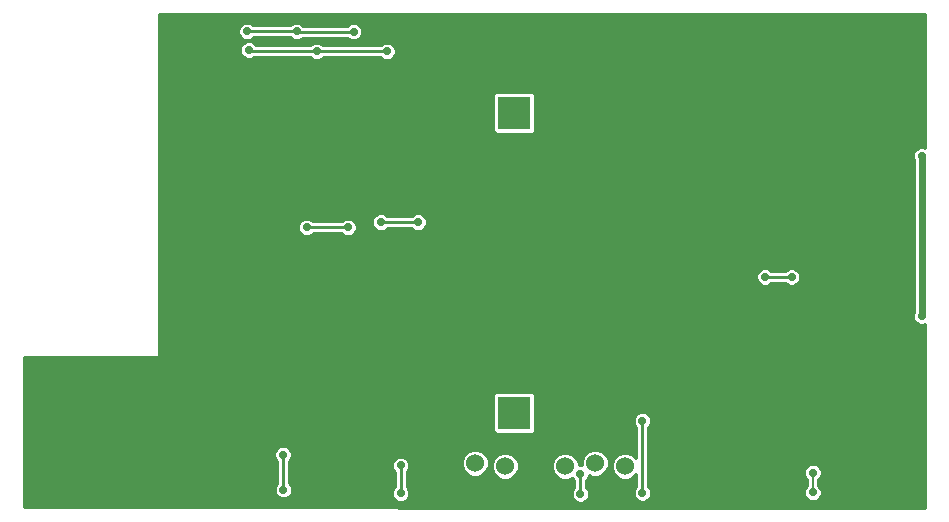
<source format=gbl>
G75*
G70*
%OFA0B0*%
%FSLAX24Y24*%
%IPPOS*%
%LPD*%
%AMOC8*
5,1,8,0,0,1.08239X$1,22.5*
%
%ADD10R,0.1600X0.1600*%
%ADD11R,0.1095X0.1095*%
%ADD12C,0.0600*%
%ADD13C,0.0100*%
%ADD14C,0.0280*%
%ADD15C,0.0320*%
%ADD16C,0.0070*%
%ADD17C,0.0240*%
D10*
X016840Y008630D03*
D11*
X016840Y003630D03*
X016840Y013630D03*
D12*
X015530Y001950D03*
X016530Y001850D03*
X017530Y001950D03*
X018530Y001850D03*
X019530Y001950D03*
X020530Y001850D03*
D13*
X000500Y000500D02*
X000500Y005500D01*
X005000Y005500D01*
X005000Y016920D01*
X030542Y016920D01*
X030542Y012443D01*
X030478Y012470D01*
X030362Y012470D01*
X030256Y012426D01*
X030174Y012344D01*
X030130Y012238D01*
X030130Y012122D01*
X030150Y012074D01*
X030150Y006956D01*
X030130Y006908D01*
X030130Y006792D01*
X030174Y006686D01*
X030256Y006604D01*
X030362Y006560D01*
X030478Y006560D01*
X030542Y006587D01*
X030542Y000450D01*
X025570Y000450D01*
X000500Y000500D01*
X009420Y002172D02*
X009420Y002288D01*
X009376Y002394D01*
X009294Y002476D01*
X009188Y002520D01*
X009072Y002520D01*
X008966Y002476D01*
X008884Y002394D01*
X008840Y002288D01*
X008840Y002172D01*
X008884Y002066D01*
X008940Y002010D01*
X008940Y001270D01*
X008894Y001224D01*
X008850Y001118D01*
X008850Y001002D01*
X008894Y000896D01*
X008976Y000814D01*
X009082Y000770D01*
X009198Y000770D01*
X009304Y000814D01*
X009386Y000896D01*
X009430Y001002D01*
X009430Y001118D01*
X009386Y001224D01*
X009340Y001270D01*
X009340Y002030D01*
X009376Y002066D01*
X009420Y002172D01*
X008236Y015884D02*
X008154Y015966D01*
X008048Y016010D01*
X007932Y016010D01*
X007826Y015966D01*
X007744Y015884D01*
X007700Y015778D01*
X007700Y015662D01*
X007744Y015556D01*
X007826Y015474D01*
X007932Y015430D01*
X008048Y015430D01*
X008154Y015474D01*
X008156Y015476D01*
X010040Y015476D01*
X010086Y015430D01*
X010192Y015386D01*
X010308Y015386D01*
X010414Y015430D01*
X010460Y015476D01*
X012390Y015476D01*
X012436Y015430D01*
X012542Y015386D01*
X012658Y015386D01*
X012764Y015430D01*
X012846Y015512D01*
X012890Y015618D01*
X012890Y015734D01*
X012846Y015840D01*
X012764Y015922D01*
X012658Y015966D01*
X012542Y015966D01*
X012436Y015922D01*
X012390Y015876D01*
X010460Y015876D01*
X010414Y015922D01*
X010308Y015966D01*
X010192Y015966D01*
X010086Y015922D01*
X010040Y015876D01*
X008239Y015876D01*
X008236Y015884D01*
X017450Y004327D02*
X016230Y004327D01*
X016142Y004240D01*
X016142Y003020D01*
X016230Y002932D01*
X017450Y002932D01*
X017537Y003020D01*
X017537Y004240D01*
X017450Y004327D01*
X017450Y014327D02*
X016230Y014327D01*
X016142Y014240D01*
X016142Y013020D01*
X016230Y012932D01*
X017450Y012932D01*
X017537Y013020D01*
X017537Y014240D01*
X017450Y014327D01*
X015980Y001860D02*
X015980Y002039D01*
X015911Y002205D01*
X015785Y002331D01*
X015619Y002400D01*
X015440Y002400D01*
X015275Y002331D01*
X015149Y002205D01*
X015080Y002039D01*
X015080Y001860D01*
X015149Y001695D01*
X015275Y001569D01*
X015440Y001500D01*
X015619Y001500D01*
X015785Y001569D01*
X015911Y001695D01*
X015980Y001860D01*
X016980Y001760D02*
X016980Y001939D01*
X016911Y002105D01*
X016785Y002231D01*
X016619Y002300D01*
X016440Y002300D01*
X016275Y002231D01*
X016149Y002105D01*
X016080Y001939D01*
X016080Y001760D01*
X016149Y001595D01*
X016275Y001469D01*
X016440Y001400D01*
X016619Y001400D01*
X016785Y001469D01*
X016911Y001595D01*
X016980Y001760D01*
X019980Y001860D02*
X019980Y002039D01*
X019911Y002205D01*
X019785Y002331D01*
X019619Y002400D01*
X019440Y002400D01*
X019275Y002331D01*
X019149Y002205D01*
X019080Y002039D01*
X019080Y001870D01*
X018982Y001870D01*
X018980Y001869D01*
X018980Y001939D01*
X018911Y002105D01*
X018785Y002231D01*
X018619Y002300D01*
X018440Y002300D01*
X018275Y002231D01*
X018149Y002105D01*
X018080Y001939D01*
X018080Y001760D01*
X018149Y001595D01*
X018275Y001469D01*
X018440Y001400D01*
X018619Y001400D01*
X018774Y001464D01*
X018794Y001416D01*
X018840Y001370D01*
X018840Y001130D01*
X018794Y001084D01*
X018750Y000978D01*
X018750Y000862D01*
X018794Y000756D01*
X018876Y000674D01*
X018982Y000630D01*
X019098Y000630D01*
X019204Y000674D01*
X019286Y000756D01*
X019330Y000862D01*
X019330Y000978D01*
X019286Y001084D01*
X019240Y001130D01*
X019240Y001370D01*
X019286Y001416D01*
X019330Y001522D01*
X019330Y001546D01*
X019440Y001500D01*
X019619Y001500D01*
X019785Y001569D01*
X019911Y001695D01*
X019980Y001860D01*
X027080Y001572D02*
X027080Y001688D01*
X027036Y001794D01*
X026954Y001876D01*
X026848Y001920D01*
X026732Y001920D01*
X026626Y001876D01*
X026544Y001794D01*
X026500Y001688D01*
X026500Y001572D01*
X026544Y001466D01*
X026605Y001405D01*
X026605Y001195D01*
X026544Y001134D01*
X026500Y001028D01*
X026500Y000912D01*
X026544Y000806D01*
X026626Y000724D01*
X026732Y000680D01*
X026848Y000680D01*
X026954Y000724D01*
X027036Y000806D01*
X027080Y000912D01*
X027080Y001028D01*
X027036Y001134D01*
X026975Y001195D01*
X026975Y001405D01*
X027036Y001466D01*
X027080Y001572D01*
X010084Y010056D02*
X009978Y010100D01*
X009862Y010100D01*
X009756Y010056D01*
X009674Y009974D01*
X009630Y009868D01*
X009630Y009752D01*
X009674Y009646D01*
X009756Y009564D01*
X009862Y009520D01*
X009978Y009520D01*
X010084Y009564D01*
X010130Y009610D01*
X011080Y009610D01*
X011126Y009564D01*
X011232Y009520D01*
X011348Y009520D01*
X011454Y009564D01*
X011536Y009646D01*
X011580Y009752D01*
X011580Y009868D01*
X011536Y009974D01*
X011454Y010056D01*
X011348Y010100D01*
X011232Y010100D01*
X011126Y010056D01*
X011080Y010010D01*
X010130Y010010D01*
X010084Y010056D01*
X012554Y010226D02*
X012448Y010270D01*
X012332Y010270D01*
X012226Y010226D01*
X012144Y010144D01*
X012100Y010038D01*
X012100Y009922D01*
X012144Y009816D01*
X012226Y009734D01*
X012332Y009690D01*
X012448Y009690D01*
X012554Y009734D01*
X012600Y009780D01*
X013420Y009780D01*
X013466Y009734D01*
X013572Y009690D01*
X013688Y009690D01*
X013794Y009734D01*
X013876Y009816D01*
X013920Y009922D01*
X013920Y010038D01*
X013876Y010144D01*
X013794Y010226D01*
X013688Y010270D01*
X013572Y010270D01*
X013466Y010226D01*
X013420Y010180D01*
X012600Y010180D01*
X012554Y010226D01*
X008094Y016586D02*
X007988Y016630D01*
X007872Y016630D01*
X007766Y016586D01*
X007684Y016504D01*
X007640Y016398D01*
X007640Y016282D01*
X007684Y016176D01*
X007766Y016094D01*
X007872Y016050D01*
X007988Y016050D01*
X008094Y016094D01*
X008140Y016140D01*
X009370Y016140D01*
X009416Y016094D01*
X009522Y016050D01*
X009638Y016050D01*
X009744Y016094D01*
X009780Y016130D01*
X011270Y016130D01*
X011316Y016084D01*
X011422Y016040D01*
X011538Y016040D01*
X011644Y016084D01*
X011726Y016166D01*
X011770Y016272D01*
X011770Y016388D01*
X011726Y016494D01*
X011644Y016576D01*
X011538Y016620D01*
X011422Y016620D01*
X011316Y016576D01*
X011270Y016530D01*
X009800Y016530D01*
X009744Y016586D01*
X009638Y016630D01*
X009522Y016630D01*
X009416Y016586D01*
X009370Y016540D01*
X008140Y016540D01*
X008094Y016586D01*
X021400Y003302D02*
X021400Y003418D01*
X021356Y003524D01*
X021274Y003606D01*
X021168Y003650D01*
X021052Y003650D01*
X020946Y003606D01*
X020864Y003524D01*
X020820Y003418D01*
X020820Y003302D01*
X020864Y003196D01*
X020910Y003150D01*
X020910Y002106D01*
X020785Y002231D01*
X020619Y002300D01*
X020440Y002300D01*
X020275Y002231D01*
X020149Y002105D01*
X020080Y001939D01*
X020080Y001760D01*
X020149Y001595D01*
X020275Y001469D01*
X020440Y001400D01*
X020619Y001400D01*
X020785Y001469D01*
X020910Y001594D01*
X020910Y001160D01*
X020864Y001114D01*
X020820Y001008D01*
X020820Y000892D01*
X020864Y000786D01*
X020946Y000704D01*
X021052Y000660D01*
X021168Y000660D01*
X021274Y000704D01*
X021356Y000786D01*
X021400Y000892D01*
X021400Y001008D01*
X021356Y001114D01*
X021310Y001160D01*
X021310Y003150D01*
X021356Y003196D01*
X021400Y003302D01*
X013340Y001812D02*
X013340Y001928D01*
X013296Y002034D01*
X013214Y002116D01*
X013108Y002160D01*
X012992Y002160D01*
X012886Y002116D01*
X012804Y002034D01*
X012760Y001928D01*
X012760Y001812D01*
X012804Y001706D01*
X012850Y001660D01*
X012850Y001150D01*
X012804Y001104D01*
X012760Y000998D01*
X012760Y000882D01*
X012804Y000776D01*
X012886Y000694D01*
X012992Y000650D01*
X013108Y000650D01*
X013214Y000694D01*
X013296Y000776D01*
X013340Y000882D01*
X013340Y000998D01*
X013296Y001104D01*
X013250Y001150D01*
X013250Y001660D01*
X013296Y001706D01*
X013340Y001812D01*
X025364Y008396D02*
X025258Y008440D01*
X025142Y008440D01*
X025036Y008396D01*
X024954Y008314D01*
X024910Y008208D01*
X024910Y008092D01*
X024954Y007986D01*
X025036Y007904D01*
X025142Y007860D01*
X025258Y007860D01*
X025364Y007904D01*
X025410Y007950D01*
X025870Y007950D01*
X025916Y007904D01*
X026022Y007860D01*
X026138Y007860D01*
X026244Y007904D01*
X026326Y007986D01*
X026370Y008092D01*
X026370Y008208D01*
X026326Y008314D01*
X026244Y008396D01*
X026138Y008440D01*
X026022Y008440D01*
X025916Y008396D01*
X025870Y008350D01*
X025410Y008350D01*
X025364Y008396D01*
X030542Y000493D02*
X004149Y000493D01*
X000500Y000591D02*
X030542Y000591D01*
X012896Y000690D02*
X000500Y000690D01*
X013204Y000690D02*
X018860Y000690D01*
X019220Y000690D02*
X020980Y000690D01*
X021240Y000690D02*
X026709Y000690D01*
X026871Y000690D02*
X030542Y000690D01*
X009038Y000788D02*
X000500Y000788D01*
X009242Y000788D02*
X012799Y000788D01*
X013301Y000788D02*
X018781Y000788D01*
X019299Y000788D02*
X020863Y000788D01*
X021357Y000788D02*
X026561Y000788D01*
X027018Y000788D02*
X030542Y000788D01*
X008903Y000887D02*
X000500Y000887D01*
X009377Y000887D02*
X012760Y000887D01*
X013340Y000887D02*
X018750Y000887D01*
X019330Y000887D02*
X020822Y000887D01*
X021398Y000887D02*
X026511Y000887D01*
X027069Y000887D02*
X030542Y000887D01*
X008857Y000985D02*
X000500Y000985D01*
X009423Y000985D02*
X012760Y000985D01*
X013340Y000985D02*
X018753Y000985D01*
X019327Y000985D02*
X020820Y000985D01*
X021400Y000985D02*
X026500Y000985D01*
X027080Y000985D02*
X030542Y000985D01*
X008850Y001084D02*
X000500Y001084D01*
X009430Y001084D02*
X012796Y001084D01*
X013304Y001084D02*
X018794Y001084D01*
X019286Y001084D02*
X020852Y001084D01*
X021368Y001084D02*
X026523Y001084D01*
X027057Y001084D02*
X030542Y001084D01*
X008877Y001183D02*
X000500Y001183D01*
X009403Y001183D02*
X012850Y001183D01*
X013250Y001183D02*
X018840Y001183D01*
X019240Y001183D02*
X020910Y001183D01*
X021310Y001183D02*
X026592Y001183D01*
X026988Y001183D02*
X030542Y001183D01*
X008940Y001281D02*
X000500Y001281D01*
X009340Y001281D02*
X012850Y001281D01*
X013250Y001281D02*
X018840Y001281D01*
X019240Y001281D02*
X020910Y001281D01*
X021310Y001281D02*
X026605Y001281D01*
X026975Y001281D02*
X030542Y001281D01*
X008940Y001380D02*
X000500Y001380D01*
X009340Y001380D02*
X012850Y001380D01*
X013250Y001380D02*
X018830Y001380D01*
X019250Y001380D02*
X020910Y001380D01*
X021310Y001380D02*
X026605Y001380D01*
X026975Y001380D02*
X030542Y001380D01*
X008940Y001478D02*
X000500Y001478D01*
X009340Y001478D02*
X012850Y001478D01*
X013250Y001478D02*
X016265Y001478D01*
X016795Y001478D02*
X018265Y001478D01*
X019312Y001478D02*
X020265Y001478D01*
X020794Y001478D02*
X020910Y001478D01*
X021310Y001478D02*
X026539Y001478D01*
X027041Y001478D02*
X030542Y001478D01*
X008940Y001577D02*
X000500Y001577D01*
X009340Y001577D02*
X012850Y001577D01*
X013250Y001577D02*
X015267Y001577D01*
X015793Y001577D02*
X016167Y001577D01*
X016893Y001577D02*
X018167Y001577D01*
X019793Y001577D02*
X020167Y001577D01*
X020893Y001577D02*
X020910Y001577D01*
X021310Y001577D02*
X026500Y001577D01*
X027080Y001577D02*
X030542Y001577D01*
X008940Y001675D02*
X000500Y001675D01*
X009340Y001675D02*
X012835Y001675D01*
X013265Y001675D02*
X015168Y001675D01*
X015892Y001675D02*
X016115Y001675D01*
X016945Y001675D02*
X018115Y001675D01*
X019892Y001675D02*
X020115Y001675D01*
X021310Y001675D02*
X026500Y001675D01*
X027080Y001675D02*
X030542Y001675D01*
X008940Y001774D02*
X000500Y001774D01*
X009340Y001774D02*
X012776Y001774D01*
X013324Y001774D02*
X015116Y001774D01*
X015944Y001774D02*
X016080Y001774D01*
X016980Y001774D02*
X018080Y001774D01*
X019944Y001774D02*
X020080Y001774D01*
X021310Y001774D02*
X026536Y001774D01*
X027044Y001774D02*
X030542Y001774D01*
X008940Y001872D02*
X000500Y001872D01*
X009340Y001872D02*
X012760Y001872D01*
X013340Y001872D02*
X015080Y001872D01*
X015980Y001872D02*
X016080Y001872D01*
X016980Y001872D02*
X018080Y001872D01*
X018980Y001872D02*
X019080Y001872D01*
X019980Y001872D02*
X020080Y001872D01*
X021310Y001872D02*
X026622Y001872D01*
X026958Y001872D02*
X030542Y001872D01*
X008940Y001971D02*
X000500Y001971D01*
X009340Y001971D02*
X012778Y001971D01*
X013322Y001971D02*
X015080Y001971D01*
X015980Y001971D02*
X016093Y001971D01*
X016967Y001971D02*
X018093Y001971D01*
X018967Y001971D02*
X019080Y001971D01*
X019980Y001971D02*
X020093Y001971D01*
X021310Y001971D02*
X030542Y001971D01*
X008883Y002069D02*
X000500Y002069D01*
X009377Y002069D02*
X012839Y002069D01*
X013261Y002069D02*
X015092Y002069D01*
X015968Y002069D02*
X016134Y002069D01*
X016926Y002069D02*
X018134Y002069D01*
X018926Y002069D02*
X019092Y002069D01*
X019968Y002069D02*
X020134Y002069D01*
X021310Y002069D02*
X030542Y002069D01*
X008842Y002168D02*
X000500Y002168D01*
X009418Y002168D02*
X015133Y002168D01*
X015927Y002168D02*
X016212Y002168D01*
X016848Y002168D02*
X018212Y002168D01*
X018848Y002168D02*
X019133Y002168D01*
X019927Y002168D02*
X020212Y002168D01*
X020848Y002168D02*
X020910Y002168D01*
X021310Y002168D02*
X030542Y002168D01*
X008840Y002266D02*
X000500Y002266D01*
X009420Y002266D02*
X015210Y002266D01*
X015850Y002266D02*
X016360Y002266D01*
X016700Y002266D02*
X018360Y002266D01*
X018700Y002266D02*
X019210Y002266D01*
X019850Y002266D02*
X020360Y002266D01*
X020700Y002266D02*
X020910Y002266D01*
X021310Y002266D02*
X030542Y002266D01*
X008872Y002365D02*
X000500Y002365D01*
X009388Y002365D02*
X015356Y002365D01*
X015704Y002365D02*
X019356Y002365D01*
X019704Y002365D02*
X020910Y002365D01*
X021310Y002365D02*
X030542Y002365D01*
X008953Y002464D02*
X000500Y002464D01*
X009306Y002464D02*
X020910Y002464D01*
X021310Y002464D02*
X030542Y002464D01*
X020910Y002562D02*
X000500Y002562D01*
X021310Y002562D02*
X030542Y002562D01*
X020910Y002661D02*
X000500Y002661D01*
X021310Y002661D02*
X030542Y002661D01*
X020910Y002759D02*
X000500Y002759D01*
X021310Y002759D02*
X030542Y002759D01*
X020910Y002858D02*
X000500Y002858D01*
X021310Y002858D02*
X030542Y002858D01*
X016206Y002956D02*
X000500Y002956D01*
X017473Y002956D02*
X020910Y002956D01*
X021310Y002956D02*
X030542Y002956D01*
X016142Y003055D02*
X000500Y003055D01*
X017537Y003055D02*
X020910Y003055D01*
X021310Y003055D02*
X030542Y003055D01*
X016142Y003153D02*
X000500Y003153D01*
X017537Y003153D02*
X020906Y003153D01*
X021314Y003153D02*
X030542Y003153D01*
X016142Y003252D02*
X000500Y003252D01*
X017537Y003252D02*
X020841Y003252D01*
X021379Y003252D02*
X030542Y003252D01*
X016142Y003350D02*
X000500Y003350D01*
X017537Y003350D02*
X020820Y003350D01*
X021400Y003350D02*
X030542Y003350D01*
X016142Y003449D02*
X000500Y003449D01*
X017537Y003449D02*
X020833Y003449D01*
X021387Y003449D02*
X030542Y003449D01*
X016142Y003548D02*
X000500Y003548D01*
X017537Y003548D02*
X020887Y003548D01*
X021333Y003548D02*
X030542Y003548D01*
X016142Y003646D02*
X000500Y003646D01*
X017537Y003646D02*
X021043Y003646D01*
X021177Y003646D02*
X030542Y003646D01*
X016142Y003745D02*
X000500Y003745D01*
X017537Y003745D02*
X030542Y003745D01*
X016142Y003843D02*
X000500Y003843D01*
X017537Y003843D02*
X030542Y003843D01*
X016142Y003942D02*
X000500Y003942D01*
X017537Y003942D02*
X030542Y003942D01*
X016142Y004040D02*
X000500Y004040D01*
X017537Y004040D02*
X030542Y004040D01*
X016142Y004139D02*
X000500Y004139D01*
X017537Y004139D02*
X030542Y004139D01*
X016142Y004237D02*
X000500Y004237D01*
X017537Y004237D02*
X030542Y004237D01*
X030542Y004336D02*
X000500Y004336D01*
X000500Y004434D02*
X030542Y004434D01*
X030542Y004533D02*
X000500Y004533D01*
X000500Y004632D02*
X030542Y004632D01*
X030542Y004730D02*
X000500Y004730D01*
X000500Y004829D02*
X030542Y004829D01*
X030542Y004927D02*
X000500Y004927D01*
X000500Y005026D02*
X030542Y005026D01*
X030542Y005124D02*
X000500Y005124D01*
X000500Y005223D02*
X030542Y005223D01*
X030542Y005321D02*
X000500Y005321D01*
X000500Y005420D02*
X030542Y005420D01*
X030542Y005518D02*
X005000Y005518D01*
X005000Y005617D02*
X030542Y005617D01*
X030542Y005716D02*
X005000Y005716D01*
X005000Y005814D02*
X030542Y005814D01*
X030542Y005913D02*
X005000Y005913D01*
X005000Y006011D02*
X030542Y006011D01*
X030542Y006110D02*
X005000Y006110D01*
X005000Y006208D02*
X030542Y006208D01*
X030542Y006307D02*
X005000Y006307D01*
X005000Y006405D02*
X030542Y006405D01*
X030542Y006504D02*
X005000Y006504D01*
X005000Y006602D02*
X030260Y006602D01*
X030168Y006701D02*
X005000Y006701D01*
X005000Y006799D02*
X030130Y006799D01*
X030130Y006898D02*
X005000Y006898D01*
X005000Y006997D02*
X030150Y006997D01*
X030150Y007095D02*
X005000Y007095D01*
X005000Y007194D02*
X030150Y007194D01*
X030150Y007292D02*
X005000Y007292D01*
X005000Y007391D02*
X030150Y007391D01*
X030150Y007489D02*
X005000Y007489D01*
X005000Y007588D02*
X030150Y007588D01*
X030150Y007686D02*
X005000Y007686D01*
X005000Y007785D02*
X030150Y007785D01*
X025086Y007883D02*
X005000Y007883D01*
X025314Y007883D02*
X025966Y007883D01*
X026194Y007883D02*
X030150Y007883D01*
X024958Y007982D02*
X005000Y007982D01*
X026322Y007982D02*
X030150Y007982D01*
X024915Y008081D02*
X005000Y008081D01*
X026365Y008081D02*
X030150Y008081D01*
X024910Y008179D02*
X005000Y008179D01*
X026370Y008179D02*
X030150Y008179D01*
X024939Y008278D02*
X005000Y008278D01*
X026341Y008278D02*
X030150Y008278D01*
X025016Y008376D02*
X005000Y008376D01*
X025384Y008376D02*
X025896Y008376D01*
X026264Y008376D02*
X030150Y008376D01*
X030150Y008475D02*
X005000Y008475D01*
X005000Y008573D02*
X030150Y008573D01*
X030150Y008672D02*
X005000Y008672D01*
X005000Y008770D02*
X030150Y008770D01*
X030150Y008869D02*
X005000Y008869D01*
X005000Y008967D02*
X030150Y008967D01*
X030150Y009066D02*
X005000Y009066D01*
X005000Y009165D02*
X030150Y009165D01*
X030150Y009263D02*
X005000Y009263D01*
X005000Y009362D02*
X030150Y009362D01*
X030150Y009460D02*
X005000Y009460D01*
X005000Y009559D02*
X009769Y009559D01*
X010071Y009559D02*
X011139Y009559D01*
X011441Y009559D02*
X030150Y009559D01*
X009669Y009657D02*
X005000Y009657D01*
X011541Y009657D02*
X030150Y009657D01*
X009630Y009756D02*
X005000Y009756D01*
X011580Y009756D02*
X012204Y009756D01*
X012576Y009756D02*
X013444Y009756D01*
X013816Y009756D02*
X030150Y009756D01*
X009630Y009854D02*
X005000Y009854D01*
X011580Y009854D02*
X012128Y009854D01*
X013892Y009854D02*
X030150Y009854D01*
X009665Y009953D02*
X005000Y009953D01*
X011545Y009953D02*
X012100Y009953D01*
X013920Y009953D02*
X030150Y009953D01*
X009751Y010051D02*
X005000Y010051D01*
X010089Y010051D02*
X011121Y010051D01*
X011459Y010051D02*
X012106Y010051D01*
X013914Y010051D02*
X030150Y010051D01*
X012150Y010150D02*
X005000Y010150D01*
X013870Y010150D02*
X030150Y010150D01*
X012280Y010249D02*
X005000Y010249D01*
X012500Y010249D02*
X013520Y010249D01*
X013740Y010249D02*
X030150Y010249D01*
X030150Y010347D02*
X005000Y010347D01*
X005000Y010446D02*
X030150Y010446D01*
X030150Y010544D02*
X005000Y010544D01*
X005000Y010643D02*
X030150Y010643D01*
X030150Y010741D02*
X005000Y010741D01*
X005000Y010840D02*
X030150Y010840D01*
X030150Y010938D02*
X005000Y010938D01*
X005000Y011037D02*
X030150Y011037D01*
X030150Y011135D02*
X005000Y011135D01*
X005000Y011234D02*
X030150Y011234D01*
X030150Y011332D02*
X005000Y011332D01*
X005000Y011431D02*
X030150Y011431D01*
X030150Y011530D02*
X005000Y011530D01*
X005000Y011628D02*
X030150Y011628D01*
X030150Y011727D02*
X005000Y011727D01*
X005000Y011825D02*
X030150Y011825D01*
X030150Y011924D02*
X005000Y011924D01*
X005000Y012022D02*
X030150Y012022D01*
X030131Y012121D02*
X005000Y012121D01*
X005000Y012219D02*
X030130Y012219D01*
X030163Y012318D02*
X005000Y012318D01*
X005000Y012416D02*
X030246Y012416D01*
X030542Y012515D02*
X005000Y012515D01*
X005000Y012614D02*
X030542Y012614D01*
X030542Y012712D02*
X005000Y012712D01*
X005000Y012811D02*
X030542Y012811D01*
X030542Y012909D02*
X005000Y012909D01*
X005000Y013008D02*
X016155Y013008D01*
X017525Y013008D02*
X030542Y013008D01*
X016142Y013106D02*
X005000Y013106D01*
X017537Y013106D02*
X030542Y013106D01*
X016142Y013205D02*
X005000Y013205D01*
X017537Y013205D02*
X030542Y013205D01*
X016142Y013303D02*
X005000Y013303D01*
X017537Y013303D02*
X030542Y013303D01*
X016142Y013402D02*
X005000Y013402D01*
X017537Y013402D02*
X030542Y013402D01*
X016142Y013500D02*
X005000Y013500D01*
X017537Y013500D02*
X030542Y013500D01*
X016142Y013599D02*
X005000Y013599D01*
X017537Y013599D02*
X030542Y013599D01*
X016142Y013698D02*
X005000Y013698D01*
X017537Y013698D02*
X030542Y013698D01*
X016142Y013796D02*
X005000Y013796D01*
X017537Y013796D02*
X030542Y013796D01*
X016142Y013895D02*
X005000Y013895D01*
X017537Y013895D02*
X030542Y013895D01*
X016142Y013993D02*
X005000Y013993D01*
X017537Y013993D02*
X030542Y013993D01*
X016142Y014092D02*
X005000Y014092D01*
X017537Y014092D02*
X030542Y014092D01*
X016142Y014190D02*
X005000Y014190D01*
X017537Y014190D02*
X030542Y014190D01*
X016192Y014289D02*
X005000Y014289D01*
X017488Y014289D02*
X030542Y014289D01*
X030542Y014387D02*
X005000Y014387D01*
X005000Y014486D02*
X030542Y014486D01*
X030542Y014584D02*
X005000Y014584D01*
X005000Y014683D02*
X030542Y014683D01*
X030542Y014781D02*
X005000Y014781D01*
X005000Y014880D02*
X030542Y014880D01*
X030542Y014979D02*
X005000Y014979D01*
X005000Y015077D02*
X030542Y015077D01*
X030542Y015176D02*
X005000Y015176D01*
X005000Y015274D02*
X030542Y015274D01*
X030542Y015373D02*
X005000Y015373D01*
X005000Y015471D02*
X007833Y015471D01*
X008147Y015471D02*
X010044Y015471D01*
X010456Y015471D02*
X012394Y015471D01*
X012806Y015471D02*
X030542Y015471D01*
X007738Y015570D02*
X005000Y015570D01*
X012870Y015570D02*
X030542Y015570D01*
X007700Y015668D02*
X005000Y015668D01*
X012890Y015668D02*
X030542Y015668D01*
X007700Y015767D02*
X005000Y015767D01*
X012876Y015767D02*
X030542Y015767D01*
X007736Y015865D02*
X005000Y015865D01*
X012821Y015865D02*
X030542Y015865D01*
X007824Y015964D02*
X005000Y015964D01*
X008156Y015964D02*
X010188Y015964D01*
X010312Y015964D02*
X012538Y015964D01*
X012662Y015964D02*
X030542Y015964D01*
X007842Y016063D02*
X005000Y016063D01*
X008018Y016063D02*
X009492Y016063D01*
X009668Y016063D02*
X011368Y016063D01*
X011592Y016063D02*
X030542Y016063D01*
X007699Y016161D02*
X005000Y016161D01*
X011721Y016161D02*
X030542Y016161D01*
X007649Y016260D02*
X005000Y016260D01*
X011765Y016260D02*
X030542Y016260D01*
X007640Y016358D02*
X005000Y016358D01*
X011770Y016358D02*
X030542Y016358D01*
X007664Y016457D02*
X005000Y016457D01*
X011741Y016457D02*
X030542Y016457D01*
X007735Y016555D02*
X005000Y016555D01*
X008125Y016555D02*
X009385Y016555D01*
X009775Y016555D02*
X011295Y016555D01*
X011665Y016555D02*
X030542Y016555D01*
X030542Y016654D02*
X005000Y016654D01*
X005000Y016752D02*
X030542Y016752D01*
X030542Y016851D02*
X005000Y016851D01*
X009920Y009810D02*
X011290Y009810D01*
X012390Y009980D02*
X013630Y009980D01*
X007990Y015720D02*
X007990Y015676D01*
X010250Y015676D01*
X012600Y015676D01*
X009580Y016340D02*
X009580Y016330D01*
X011480Y016330D01*
X009580Y016340D02*
X007930Y016340D01*
X009130Y002230D02*
X009140Y002230D01*
X009140Y001060D01*
X021110Y000950D02*
X021110Y003360D01*
X013050Y001870D02*
X013050Y000940D01*
X025200Y008150D02*
X026080Y008150D01*
X019040Y001580D02*
X019040Y000920D01*
D14*
X028580Y002880D03*
X003390Y003850D03*
X006390Y003900D03*
X007910Y003900D03*
X011900Y003830D03*
X008870Y003890D03*
X025550Y004790D03*
X025780Y006220D03*
X017600Y014430D03*
X026880Y013180D03*
X027150Y004250D03*
X024290Y003530D03*
X005490Y014650D03*
X011920Y012070D03*
X024460Y009310D03*
X026650Y009990D03*
X007430Y012190D03*
X018150Y009400D03*
X020160Y009390D03*
X023120Y001320D03*
X023500Y014250D03*
X020950Y014890D03*
X026000Y011530D03*
X021940Y011850D03*
X023180Y011850D03*
X013130Y006770D03*
X019190Y008150D03*
X026790Y001630D03*
X026790Y000970D03*
X009920Y009810D03*
X011290Y009810D03*
X013630Y009980D03*
X012390Y009980D03*
X007990Y015720D03*
X012600Y015676D03*
X010250Y015676D03*
X007930Y016340D03*
X009580Y016340D03*
X011480Y016330D03*
X030420Y006850D03*
X009130Y002230D03*
X009140Y001060D03*
X030420Y012180D03*
X021110Y003360D03*
X021110Y000950D03*
X013050Y001870D03*
X013050Y000940D03*
X025200Y008150D03*
X026080Y008150D03*
X019040Y000920D03*
X019040Y001580D03*
D15*
X015580Y007810D03*
X015580Y006310D03*
X015640Y003300D03*
X015580Y004810D03*
D16*
X026790Y001630D02*
X026790Y000970D01*
D17*
X030420Y006850D02*
X030420Y012180D01*
M02*

</source>
